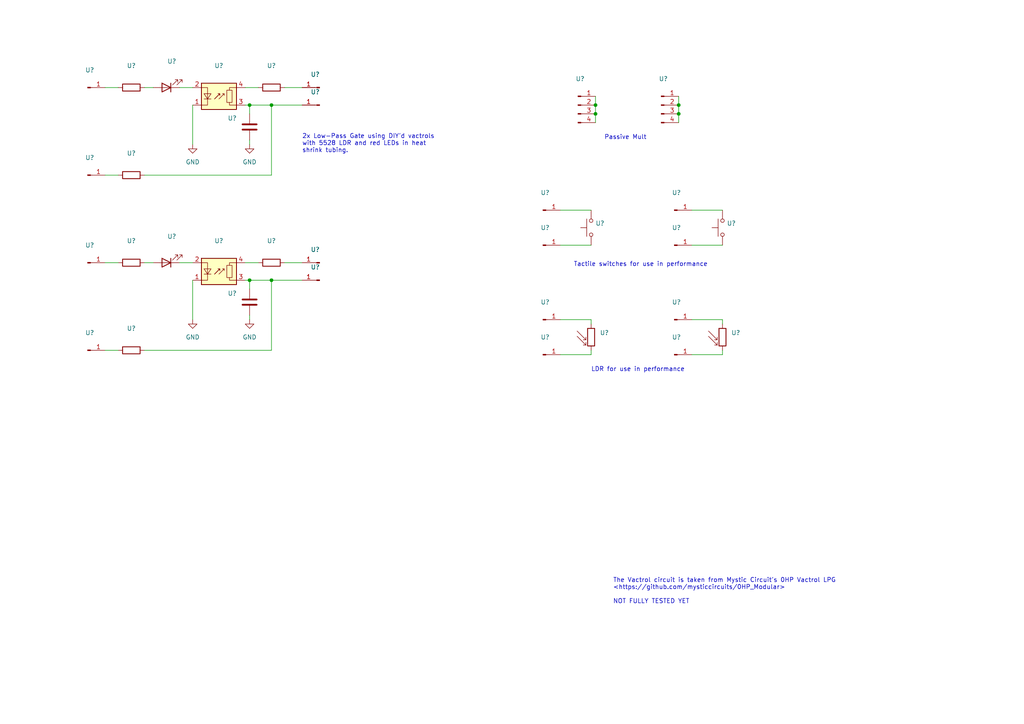
<source format=kicad_sch>
(kicad_sch (version 20220914) (generator eeschema)
  (paper "A4")
  (title_block (title "Vactrol LPGs, Mults, Switches, and LDRs") (date "2022-09-04") (rev "C3") (company "Aria Salvatrice"))
  (lib_symbols
    (symbol "Connector:Conn_01x01_Male" (pin_names (offset 1.016) hide)
      (property "Reference" "J" (at 0 2.54 0))
      (property "Value" "Conn_01x01_Male" (at 0 -2.54 0))
      (symbol "Conn_01x01_Male_1_1"
        (polyline (pts (xy 1.27 0) (xy 0.8636 0)) (stroke (width 0.1524)))
        (rectangle (start 0.8636 0.127) (end 0 -0.127) (stroke (width 0.1524)) (fill (type outline)))
        (pin passive line (at 5.08 0 180) (length 3.81) (name "Pin_1") (number "1"))
      )
    )
    (symbol "Connector:Conn_01x04_Male" (pin_names (offset 1.016) hide)
      (property "Reference" "J" (at 0 5.08 0))
      (property "Value" "Conn_01x04_Male" (at 0 -7.62 0))
      (symbol "Conn_01x04_Male_1_1"
        (polyline (pts (xy 1.27 -5.08) (xy 0.8636 -5.08)) (stroke (width 0.1524)))
        (polyline (pts (xy 1.27 -2.54) (xy 0.8636 -2.54)) (stroke (width 0.1524)))
        (polyline (pts (xy 1.27 0) (xy 0.8636 0)) (stroke (width 0.1524)))
        (polyline (pts (xy 1.27 2.54) (xy 0.8636 2.54)) (stroke (width 0.1524)))
        (rectangle (start 0.8636 -4.953) (end 0 -5.207) (stroke (width 0.1524)) (fill (type outline)))
        (rectangle (start 0.8636 -2.413) (end 0 -2.667) (stroke (width 0.1524)) (fill (type outline)))
        (rectangle (start 0.8636 0.127) (end 0 -0.127) (stroke (width 0.1524)) (fill (type outline)))
        (rectangle (start 0.8636 2.667) (end 0 2.413) (stroke (width 0.1524)) (fill (type outline)))
        (pin passive line (at 5.08 2.54 180) (length 3.81) (name "Pin_1") (number "1"))
        (pin passive line (at 5.08 0 180) (length 3.81) (name "Pin_2") (number "2"))
        (pin passive line (at 5.08 -2.54 180) (length 3.81) (name "Pin_3") (number "3"))
        (pin passive line (at 5.08 -5.08 180) (length 3.81) (name "Pin_4") (number "4"))
      )
    )
    (symbol "Device:C" (pin_numbers hide) (pin_names (offset 0.254))
      (property "Reference" "C" (at 0.635 2.54 0))
      (property "Value" "C" (at 0.635 -2.54 0))
      (symbol "C_0_1"
        (polyline (pts (xy -2.032 -0.762) (xy 2.032 -0.762)) (stroke (width 0.508)))
        (polyline (pts (xy -2.032 0.762) (xy 2.032 0.762)) (stroke (width 0.508)))
      )
      (symbol "C_1_1"
        (pin passive line (at 0 3.81 270) (length 2.794) (name "~") (number "1"))
        (pin passive line (at 0 -3.81 90) (length 2.794) (name "~") (number "2"))
      )
    )
    (symbol "Device:LED" (pin_numbers hide) (pin_names (offset 1.016) hide)
      (property "Reference" "D" (at 0 2.54 0))
      (property "Value" "LED" (at 0 -2.54 0))
      (symbol "LED_0_1"
        (polyline (pts (xy -1.27 -1.27) (xy -1.27 1.27)) (stroke (width 0.254)))
        (polyline (pts (xy -1.27 0) (xy 1.27 0)))
        (polyline (pts (xy 1.27 -1.27) (xy 1.27 1.27) (xy -1.27 0) (xy 1.27 -1.27)) (stroke (width 0.254)))
        (polyline (pts (xy -3.048 -0.762) (xy -4.572 -2.286) (xy -3.81 -2.286) (xy -4.572 -2.286) (xy -4.572 -1.524)))
        (polyline (pts (xy -1.778 -0.762) (xy -3.302 -2.286) (xy -2.54 -2.286) (xy -3.302 -2.286) (xy -3.302 -1.524)))
      )
      (symbol "LED_1_1"
        (pin passive line (at -3.81 0 0) (length 2.54) (name "K") (number "1"))
        (pin passive line (at 3.81 0 180) (length 2.54) (name "A") (number "2"))
      )
    )
    (symbol "Device:R" (pin_numbers hide) (pin_names (offset 0))
      (property "Reference" "R" (at 2.032 0 90))
      (property "Value" "R" (at 0 0 90))
      (symbol "R_0_1"
        (rectangle (start -1.016 -2.54) (end 1.016 2.54) (stroke (width 0.254)))
      )
      (symbol "R_1_1"
        (pin passive line (at 0 3.81 270) (length 1.27) (name "~") (number "1"))
        (pin passive line (at 0 -3.81 90) (length 1.27) (name "~") (number "2"))
      )
    )
    (symbol "Device:R_Photo" (pin_numbers hide) (pin_names (offset 0))
      (property "Reference" "R" (at 1.27 1.27 0))
      (property "Value" "R_Photo" (at 1.27 0 0))
      (symbol "R_Photo_0_1"
        (rectangle (start -1.016 2.54) (end 1.016 -2.54) (stroke (width 0.254)))
        (polyline (pts (xy -1.524 -2.286) (xy -4.064 0.254)))
        (polyline (pts (xy -1.524 -2.286) (xy -2.286 -2.286)))
        (polyline (pts (xy -1.524 -2.286) (xy -1.524 -1.524)))
        (polyline (pts (xy -1.524 -0.762) (xy -4.064 1.778)))
        (polyline (pts (xy -1.524 -0.762) (xy -2.286 -0.762)))
        (polyline (pts (xy -1.524 -0.762) (xy -1.524 0)))
      )
      (symbol "R_Photo_1_1"
        (pin passive line (at 0 3.81 270) (length 1.27) (name "~") (number "1"))
        (pin passive line (at 0 -3.81 90) (length 1.27) (name "~") (number "2"))
      )
    )
    (symbol "Isolator:VTL5C" (pin_names (offset 1.016) hide)
      (property "Reference" "U" (at 0 5.08 0))
      (property "Value" "VTL5C" (at 0 -5.08 0))
      (symbol "VTL5C_0_1"
        (rectangle (start -5.08 3.81) (end 5.08 -3.81) (stroke (width 0.254)) (fill (type background)))
        (polyline (pts (xy -4.318 0.762) (xy -2.286 0.762)))
        (polyline (pts (xy -1.27 0.762) (xy 0.254 -0.762)))
        (polyline (pts (xy -1.27 0.762) (xy 0.254 -0.762)))
        (polyline (pts (xy 0 0.762) (xy 1.524 -0.762)))
        (polyline (pts (xy 0.254 -0.254) (xy 0.254 -0.762) (xy -0.254 -0.762)))
        (polyline (pts (xy 0.254 -0.254) (xy 0.254 -0.762) (xy -0.254 -0.762)))
        (polyline (pts (xy 1.524 -0.254) (xy 1.524 -0.762) (xy 1.016 -0.762)))
        (polyline (pts (xy 3.048 -1.778) (xy 3.048 -2.54) (xy 5.08 -2.54)))
        (polyline (pts (xy 3.048 1.778) (xy 3.048 2.54) (xy 5.08 2.54)))
        (polyline (pts (xy -5.08 -2.54) (xy -3.302 -2.54) (xy -3.302 2.54) (xy -5.08 2.54)))
        (rectangle (start 2.286 1.778) (end 3.81 -1.778))
      )
      (symbol "VTL5C_1_1"
        (polyline (pts (xy -4.318 -0.762) (xy -3.302 0.762) (xy -2.286 -0.762) (xy -4.318 -0.762)))
        (pin passive line (at -7.62 2.54 0) (length 2.54) (name "-") (number "1"))
        (pin passive line (at -7.62 -2.54 0) (length 2.54) (name "+") (number "2"))
        (pin passive line (at 7.62 2.54 180) (length 2.54) (name "~") (number "3"))
        (pin passive line (at 7.62 -2.54 180) (length 2.54) (name "~") (number "4"))
      )
    )
    (symbol "Switch:SW_Push" (pin_numbers hide) (pin_names (offset 1.016) hide)
      (property "Reference" "SW" (at 1.27 2.54 0))
      (property "Value" "SW_Push" (at 0 -1.524 0))
      (symbol "SW_Push_0_1"
        (circle (center -2.032 0) (radius 0.508))
        (polyline (pts (xy 0 1.27) (xy 0 3.048)))
        (polyline (pts (xy 2.54 1.27) (xy -2.54 1.27)))
        (circle (center 2.032 0) (radius 0.508))
        (pin passive line (at -5.08 0 0) (length 2.54) (name "1") (number "1"))
        (pin passive line (at 5.08 0 180) (length 2.54) (name "2") (number "2"))
      )
    )
    (symbol "power:GND" (power) (pin_names (offset 0))
      (property "Value" "GND" (at 0 -3.81 0))
      (symbol "GND_0_1"
        (polyline (pts (xy 0 0) (xy 0 -1.27) (xy 1.27 -1.27) (xy 0 -2.54) (xy -1.27 -1.27) (xy 0 -1.27)))
      )
      (symbol "GND_1_1"
        (pin power_in line (at 0 0 270) (length 0) hide (name "GND") (number "1"))
      )
    )
  )
  (junction (at 78.74 30.48))
  (junction (at 172.72 33.02))
  (junction (at 72.39 81.28))
  (junction (at 196.85 30.48))
  (junction (at 172.72 30.48))
  (junction (at 78.74 81.28))
  (junction (at 72.39 30.48))
  (junction (at 196.85 33.02))
  (wire (pts (xy 72.39 81.28) (xy 78.74 81.28)))
  (wire (pts (xy 78.74 81.28) (xy 87.63 81.28)))
  (wire (pts (xy 196.85 30.48) (xy 196.85 33.02)))
  (wire (pts (xy 30.48 50.8) (xy 34.29 50.8)))
  (wire (pts (xy 71.12 30.48) (xy 72.39 30.48)))
  (wire (pts (xy 52.07 25.4) (xy 55.88 25.4)))
  (wire (pts (xy 196.85 27.94) (xy 196.85 30.48)))
  (wire (pts (xy 41.91 50.8) (xy 78.74 50.8)))
  (wire (pts (xy 172.72 30.48) (xy 172.72 33.02)))
  (wire (pts (xy 41.91 76.2) (xy 44.45 76.2)))
  (wire (pts (xy 72.39 30.48) (xy 78.74 30.48)))
  (wire (pts (xy 200.66 92.71) (xy 209.55 92.71)))
  (wire (pts (xy 172.72 27.94) (xy 172.72 30.48)))
  (wire (pts (xy 200.66 102.87) (xy 209.55 102.87)))
  (wire (pts (xy 172.72 33.02) (xy 172.72 35.56)))
  (wire (pts (xy 41.91 25.4) (xy 44.45 25.4)))
  (wire (pts (xy 41.91 101.6) (xy 78.74 101.6)))
  (wire (pts (xy 162.56 60.96) (xy 171.45 60.96)))
  (wire (pts (xy 78.74 50.8) (xy 78.74 30.48)))
  (wire (pts (xy 162.56 92.71) (xy 171.45 92.71)))
  (wire (pts (xy 71.12 25.4) (xy 74.93 25.4)))
  (wire (pts (xy 55.88 30.48) (xy 55.88 41.91)))
  (wire (pts (xy 72.39 41.91) (xy 72.39 40.64)))
  (wire (pts (xy 72.39 81.28) (xy 72.39 83.82)))
  (wire (pts (xy 72.39 92.71) (xy 72.39 91.44)))
  (wire (pts (xy 82.55 76.2) (xy 87.63 76.2)))
  (wire (pts (xy 55.88 81.28) (xy 55.88 92.71)))
  (wire (pts (xy 200.66 71.12) (xy 209.55 71.12)))
  (wire (pts (xy 71.12 81.28) (xy 72.39 81.28)))
  (wire (pts (xy 82.55 25.4) (xy 87.63 25.4)))
  (wire (pts (xy 52.07 76.2) (xy 55.88 76.2)))
  (wire (pts (xy 162.56 102.87) (xy 171.45 102.87)))
  (wire (pts (xy 162.56 71.12) (xy 171.45 71.12)))
  (wire (pts (xy 30.48 101.6) (xy 34.29 101.6)))
  (wire (pts (xy 200.66 60.96) (xy 209.55 60.96)))
  (wire (pts (xy 171.45 101.6) (xy 171.45 102.87)))
  (wire (pts (xy 209.55 92.71) (xy 209.55 93.98)))
  (wire (pts (xy 78.74 101.6) (xy 78.74 81.28)))
  (wire (pts (xy 71.12 76.2) (xy 74.93 76.2)))
  (wire (pts (xy 30.48 76.2) (xy 34.29 76.2)))
  (wire (pts (xy 171.45 92.71) (xy 171.45 93.98)))
  (wire (pts (xy 196.85 33.02) (xy 196.85 35.56)))
  (wire (pts (xy 72.39 30.48) (xy 72.39 33.02)))
  (wire (pts (xy 78.74 30.48) (xy 87.63 30.48)))
  (wire (pts (xy 30.48 25.4) (xy 34.29 25.4)))
  (wire (pts (xy 209.55 101.6) (xy 209.55 102.87)))
  (text "Tactile switches for use in performance" (at 166.37 77.47 0) (effects (font (size 1.27 1.27)) (justify left bottom)))
  (text "The Vactrol circuit is taken from Mystic Circuit's 0HP Vactrol LPG\n<https://github.com/mysticcircuits/0HP_Modular>\n\nNOT FULLY TESTED YET" (at 177.8 175.26 0) (effects (font (size 1.27 1.27)) (justify left bottom)))
  (text "2x Low-Pass Gate using DIY'd vactrols\nwith 5528 LDR and red LEDs in heat \nshrink tubing.\n" (at 87.63 44.45 0) (effects (font (size 1.27 1.27)) (justify left bottom)))
  (text "LDR for use in performance" (at 171.45 107.95 0) (effects (font (size 1.27 1.27)) (justify left bottom)))
  (text "Passive Mult" (at 175.26 40.64 0) (effects (font (size 1.27 1.27)) (justify left bottom)))
  (symbol (lib_id "Isolator:VTL5C") (at 63.5 78.74 0) (mirror x) (unit 1)
    (default_instance (reference "") (unit 1) (value "") (footprint ""))
    (property "Datasheet" "http://www.qsl.net/wa1ion/vactrol/vactrol.pdf" (effects hide))
  )
  (symbol (lib_id "Connector:Conn_01x01_Male") (at 195.58 60.96 0) (unit 1)
    (default_instance (reference "") (unit 1) (value "") (footprint ""))
  )
  (symbol (lib_id "Device:R_Photo") (at 171.45 97.79 0) (unit 1)
    (default_instance (reference "") (unit 1) (value "") (footprint ""))
  )
  (symbol (lib_id "Switch:SW_Push") (at 171.45 66.04 90) (unit 1)
    (default_instance (reference "") (unit 1) (value "") (footprint ""))
  )
  (symbol (lib_id "Connector:Conn_01x01_Male") (at 25.4 50.8 0) (unit 1)
    (default_instance (reference "") (unit 1) (value "") (footprint ""))
  )
  (symbol (lib_id "Device:C") (at 72.39 87.63 0) (unit 1)
    (default_instance (reference "") (unit 1) (value "") (footprint ""))
  )
  (symbol (lib_id "Connector:Conn_01x01_Male") (at 157.48 92.71 0) (unit 1)
    (default_instance (reference "") (unit 1) (value "") (footprint ""))
  )
  (symbol (lib_id "Connector:Conn_01x01_Male") (at 195.58 71.12 0) (unit 1)
    (default_instance (reference "") (unit 1) (value "") (footprint ""))
  )
  (symbol (lib_id "Connector:Conn_01x01_Male") (at 25.4 25.4 0) (unit 1)
    (default_instance (reference "") (unit 1) (value "") (footprint ""))
  )
  (symbol (lib_id "power:GND") (at 55.88 41.91 0) (unit 1)
    (default_instance (reference "") (unit 1) (value "") (footprint ""))
  )
  (symbol (lib_id "Connector:Conn_01x01_Male") (at 92.71 25.4 180) (unit 1)
    (default_instance (reference "") (unit 1) (value "") (footprint ""))
  )
  (symbol (lib_id "Connector:Conn_01x01_Male") (at 195.58 92.71 0) (unit 1)
    (default_instance (reference "") (unit 1) (value "") (footprint ""))
  )
  (symbol (lib_id "Device:R_Photo") (at 209.55 97.79 0) (unit 1)
    (default_instance (reference "") (unit 1) (value "") (footprint ""))
  )
  (symbol (lib_id "Connector:Conn_01x01_Male") (at 25.4 101.6 0) (unit 1)
    (default_instance (reference "") (unit 1) (value "") (footprint ""))
  )
  (symbol (lib_id "Device:LED") (at 48.26 76.2 180) (unit 1)
    (default_instance (reference "") (unit 1) (value "") (footprint ""))
  )
  (symbol (lib_id "Device:R") (at 38.1 50.8 90) (unit 1)
    (default_instance (reference "") (unit 1) (value "") (footprint ""))
  )
  (symbol (lib_id "Switch:SW_Push") (at 209.55 66.04 90) (unit 1)
    (default_instance (reference "") (unit 1) (value "") (footprint ""))
  )
  (symbol (lib_id "Connector:Conn_01x04_Male") (at 191.77 30.48 0) (unit 1)
    (default_instance (reference "") (unit 1) (value "") (footprint ""))
  )
  (symbol (lib_id "Connector:Conn_01x01_Male") (at 92.71 76.2 180) (unit 1)
    (default_instance (reference "") (unit 1) (value "") (footprint ""))
  )
  (symbol (lib_id "Connector:Conn_01x01_Male") (at 157.48 102.87 0) (unit 1)
    (default_instance (reference "") (unit 1) (value "") (footprint ""))
  )
  (symbol (lib_id "Connector:Conn_01x01_Male") (at 157.48 71.12 0) (unit 1)
    (default_instance (reference "") (unit 1) (value "") (footprint ""))
  )
  (symbol (lib_id "power:GND") (at 55.88 92.71 0) (unit 1)
    (default_instance (reference "") (unit 1) (value "") (footprint ""))
  )
  (symbol (lib_id "Device:R") (at 78.74 25.4 90) (unit 1)
    (default_instance (reference "") (unit 1) (value "") (footprint ""))
  )
  (symbol (lib_id "Device:C") (at 72.39 36.83 0) (unit 1)
    (default_instance (reference "") (unit 1) (value "") (footprint ""))
  )
  (symbol (lib_id "Device:R") (at 38.1 76.2 90) (unit 1)
    (default_instance (reference "") (unit 1) (value "") (footprint ""))
  )
  (symbol (lib_id "Connector:Conn_01x01_Male") (at 157.48 60.96 0) (unit 1)
    (default_instance (reference "") (unit 1) (value "") (footprint ""))
  )
  (symbol (lib_id "Isolator:VTL5C") (at 63.5 27.94 0) (mirror x) (unit 1)
    (default_instance (reference "") (unit 1) (value "") (footprint ""))
    (property "Datasheet" "http://www.qsl.net/wa1ion/vactrol/vactrol.pdf" (effects hide))
  )
  (symbol (lib_id "Device:LED") (at 48.26 25.4 180) (unit 1)
    (default_instance (reference "") (unit 1) (value "") (footprint ""))
  )
  (symbol (lib_id "power:GND") (at 72.39 92.71 0) (unit 1)
    (default_instance (reference "") (unit 1) (value "") (footprint ""))
  )
  (symbol (lib_id "Connector:Conn_01x01_Male") (at 92.71 81.28 180) (unit 1)
    (default_instance (reference "") (unit 1) (value "") (footprint ""))
  )
  (symbol (lib_id "power:GND") (at 72.39 41.91 0) (unit 1)
    (default_instance (reference "") (unit 1) (value "") (footprint ""))
  )
  (symbol (lib_id "Connector:Conn_01x01_Male") (at 195.58 102.87 0) (unit 1)
    (default_instance (reference "") (unit 1) (value "") (footprint ""))
  )
  (symbol (lib_id "Connector:Conn_01x04_Male") (at 167.64 30.48 0) (unit 1)
    (default_instance (reference "") (unit 1) (value "") (footprint ""))
  )
  (symbol (lib_id "Connector:Conn_01x01_Male") (at 25.4 76.2 0) (unit 1)
    (default_instance (reference "") (unit 1) (value "") (footprint ""))
  )
  (symbol (lib_id "Device:R") (at 78.74 76.2 90) (unit 1)
    (default_instance (reference "") (unit 1) (value "") (footprint ""))
  )
  (symbol (lib_id "Device:R") (at 38.1 101.6 90) (unit 1)
    (default_instance (reference "") (unit 1) (value "") (footprint ""))
  )
  (symbol (lib_id "Device:R") (at 38.1 25.4 90) (unit 1)
    (default_instance (reference "") (unit 1) (value "") (footprint ""))
  )
  (symbol (lib_id "Connector:Conn_01x01_Male") (at 92.71 30.48 180) (unit 1)
    (default_instance (reference "") (unit 1) (value "") (footprint ""))
  )
)
</source>
